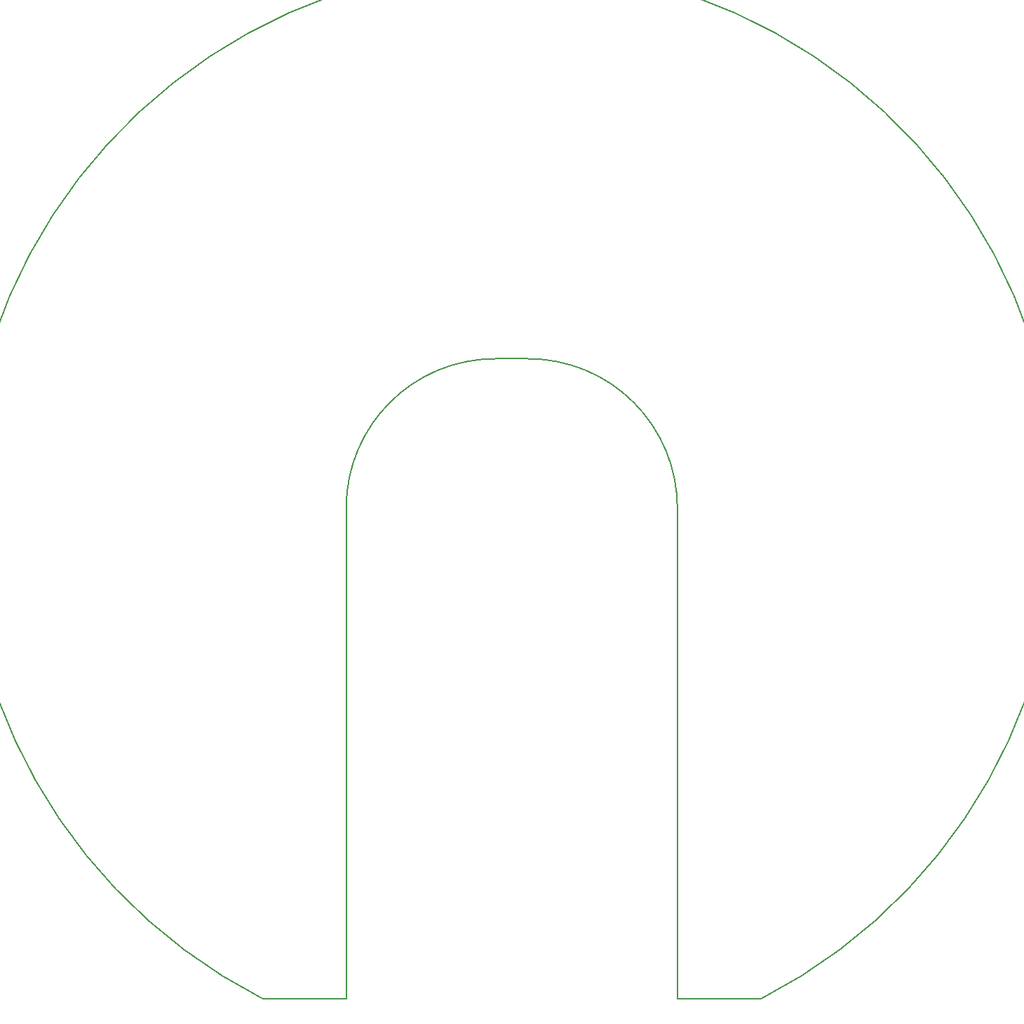
<source format=gko>
G04 DesignSpark PCB Gerber Version 12.0 Build 5942*
%FSLAX35Y35*%
%MOMM*%
%ADD11C,0.12700*%
X0Y0D02*
D02*
D11*
X42819950Y39586760D02*
G75*
G02*
X48819950I3000000J5878820D01*
G01*
X47819950D01*
Y45151760D01*
X47817450D01*
Y45516760D01*
G75*
G03*
X46017450Y47316760I-1800000J0D01*
G01*
X45619950D01*
G75*
G03*
X43819950Y45516760I0J-1800000D01*
G01*
Y39586760D01*
X42819950D01*
X0Y0D02*
M02*

</source>
